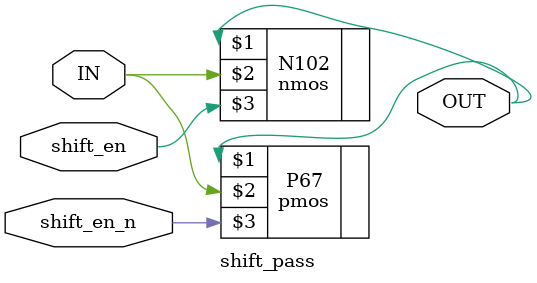
<source format=v>
`timescale 1ns / 1ns 

module shift_pass ( OUT, IN, shift_en, shift_en_n );
output  OUT;

input  IN, shift_en, shift_en_n;


specify 
    specparam CDS_LIBNAME  = "ece555_projectlib";
    specparam CDS_CELLNAME = "shift_pass";
    specparam CDS_VIEWNAME = "schematic";
endspecify

nmos N102 ( OUT, IN, shift_en);
pmos P67 ( OUT, IN, shift_en_n);

endmodule

</source>
